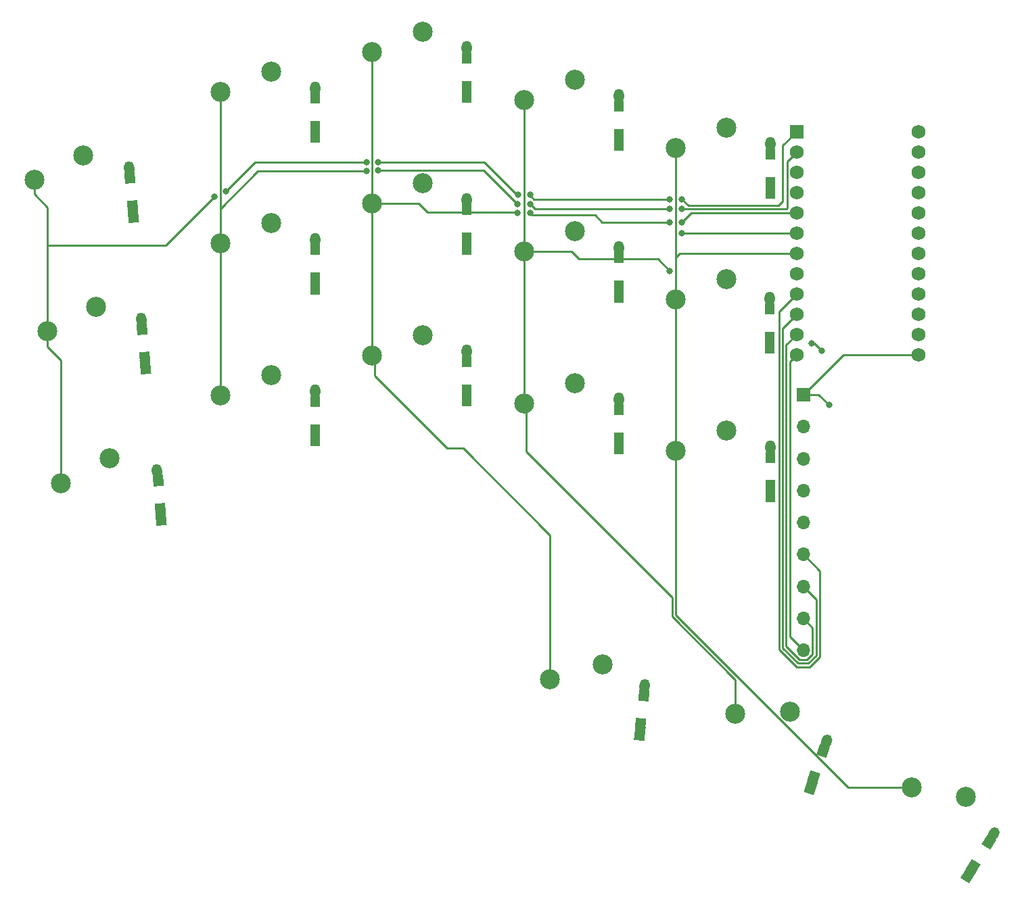
<source format=gbl>
G04 #@! TF.GenerationSoftware,KiCad,Pcbnew,7.0.7*
G04 #@! TF.CreationDate,2023-11-26T11:13:30-07:00*
G04 #@! TF.ProjectId,TypeStationX,54797065-5374-4617-9469-6f6e582e6b69,rev?*
G04 #@! TF.SameCoordinates,Original*
G04 #@! TF.FileFunction,Copper,L2,Bot*
G04 #@! TF.FilePolarity,Positive*
%FSLAX46Y46*%
G04 Gerber Fmt 4.6, Leading zero omitted, Abs format (unit mm)*
G04 Created by KiCad (PCBNEW 7.0.7) date 2023-11-26 11:13:30*
%MOMM*%
%LPD*%
G01*
G04 APERTURE LIST*
G04 Aperture macros list*
%AMHorizOval*
0 Thick line with rounded ends*
0 $1 width*
0 $2 $3 position (X,Y) of the first rounded end (center of the circle)*
0 $4 $5 position (X,Y) of the second rounded end (center of the circle)*
0 Add line between two ends*
20,1,$1,$2,$3,$4,$5,0*
0 Add two circle primitives to create the rounded ends*
1,1,$1,$2,$3*
1,1,$1,$4,$5*%
%AMRotRect*
0 Rectangle, with rotation*
0 The origin of the aperture is its center*
0 $1 length*
0 $2 width*
0 $3 Rotation angle, in degrees counterclockwise*
0 Add horizontal line*
21,1,$1,$2,0,0,$3*%
G04 Aperture macros list end*
G04 #@! TA.AperFunction,ComponentPad*
%ADD10C,2.500000*%
G04 #@! TD*
G04 #@! TA.AperFunction,ComponentPad*
%ADD11R,1.700000X1.700000*%
G04 #@! TD*
G04 #@! TA.AperFunction,ComponentPad*
%ADD12O,1.700000X1.700000*%
G04 #@! TD*
G04 #@! TA.AperFunction,ComponentPad*
%ADD13R,1.752600X1.752600*%
G04 #@! TD*
G04 #@! TA.AperFunction,ComponentPad*
%ADD14C,1.752600*%
G04 #@! TD*
G04 #@! TA.AperFunction,ComponentPad*
%ADD15R,1.300000X1.778000*%
G04 #@! TD*
G04 #@! TA.AperFunction,SMDPad,CuDef*
%ADD16R,1.300000X1.400000*%
G04 #@! TD*
G04 #@! TA.AperFunction,ComponentPad*
%ADD17O,1.300000X1.778000*%
G04 #@! TD*
G04 #@! TA.AperFunction,ComponentPad*
%ADD18RotRect,1.778000X1.300000X95.000000*%
G04 #@! TD*
G04 #@! TA.AperFunction,SMDPad,CuDef*
%ADD19RotRect,1.400000X1.300000X275.000000*%
G04 #@! TD*
G04 #@! TA.AperFunction,ComponentPad*
%ADD20HorizOval,1.300000X-0.020830X0.238091X0.020830X-0.238091X0*%
G04 #@! TD*
G04 #@! TA.AperFunction,ComponentPad*
%ADD21RotRect,1.778000X1.300000X84.000000*%
G04 #@! TD*
G04 #@! TA.AperFunction,SMDPad,CuDef*
%ADD22RotRect,1.400000X1.300000X264.000000*%
G04 #@! TD*
G04 #@! TA.AperFunction,ComponentPad*
%ADD23HorizOval,1.300000X0.024982X0.237691X-0.024982X-0.237691X0*%
G04 #@! TD*
G04 #@! TA.AperFunction,ComponentPad*
%ADD24RotRect,1.778000X1.300000X71.000000*%
G04 #@! TD*
G04 #@! TA.AperFunction,SMDPad,CuDef*
%ADD25RotRect,1.400000X1.300000X251.000000*%
G04 #@! TD*
G04 #@! TA.AperFunction,ComponentPad*
%ADD26HorizOval,1.300000X0.077811X0.225979X-0.077811X-0.225979X0*%
G04 #@! TD*
G04 #@! TA.AperFunction,ComponentPad*
%ADD27RotRect,1.778000X1.300000X58.000000*%
G04 #@! TD*
G04 #@! TA.AperFunction,SMDPad,CuDef*
%ADD28RotRect,1.400000X1.300000X238.000000*%
G04 #@! TD*
G04 #@! TA.AperFunction,ComponentPad*
%ADD29HorizOval,1.300000X0.126651X0.202683X-0.126651X-0.202683X0*%
G04 #@! TD*
G04 #@! TA.AperFunction,ViaPad*
%ADD30C,0.800000*%
G04 #@! TD*
G04 #@! TA.AperFunction,Conductor*
%ADD31C,0.250000*%
G04 #@! TD*
G04 APERTURE END LIST*
D10*
X58037381Y-68063631D03*
X64387381Y-65523631D03*
X77037381Y-74063631D03*
X83387381Y-71523631D03*
X17394293Y-84076908D03*
X23498753Y-80993134D03*
X39037381Y-73063631D03*
X45387381Y-70523631D03*
X39037381Y-92063631D03*
X45387381Y-89523631D03*
X15757016Y-65107143D03*
X21861476Y-62023369D03*
X58037381Y-49063631D03*
X64387381Y-46523631D03*
X80318702Y-127667700D03*
X86899418Y-125805370D03*
X77037381Y-55063631D03*
X83387381Y-52523631D03*
X125590908Y-141162005D03*
X132322008Y-142372951D03*
X39037381Y-54063631D03*
X45387381Y-51523631D03*
X103485469Y-131999153D03*
X110316455Y-131664894D03*
D11*
X112000000Y-92000000D03*
D12*
X112000000Y-96000000D03*
X112000000Y-100000000D03*
X112000000Y-104000000D03*
X112000000Y-108000000D03*
X112000000Y-112000000D03*
X112000000Y-116000000D03*
X112000000Y-120000000D03*
X112000000Y-124000000D03*
D10*
X19042924Y-103065448D03*
X25147384Y-99981674D03*
X96037381Y-80063631D03*
X102387381Y-77523631D03*
X96037381Y-61063631D03*
X102387381Y-58523631D03*
X77037381Y-93063631D03*
X83387381Y-90523631D03*
X58037381Y-87063631D03*
X64387381Y-84523631D03*
X96037381Y-99063631D03*
X102387381Y-96523631D03*
D13*
X111180000Y-59030000D03*
D14*
X111180000Y-61570000D03*
X111180000Y-64110000D03*
X111180000Y-66650000D03*
X111180000Y-69190000D03*
X111180000Y-71730000D03*
X111180000Y-74270000D03*
X111180000Y-76810000D03*
X111180000Y-79350000D03*
X111180000Y-81890000D03*
X111180000Y-84430000D03*
X111180000Y-86970000D03*
X126420000Y-86970000D03*
X126420000Y-84430000D03*
X126420000Y-81890000D03*
X126420000Y-79350000D03*
X126420000Y-76810000D03*
X126420000Y-74270000D03*
X126420000Y-71730000D03*
X126420000Y-69190000D03*
X126420000Y-66650000D03*
X126420000Y-64110000D03*
X126420000Y-61570000D03*
X126420000Y-59030000D03*
D15*
X88900000Y-98603631D03*
D16*
X88900000Y-97378631D03*
X88900000Y-93828631D03*
D17*
X88900000Y-92603631D03*
D15*
X88900000Y-60603631D03*
D16*
X88900000Y-59378631D03*
X88900000Y-55828631D03*
D17*
X88900000Y-54603631D03*
D18*
X29644424Y-88566322D03*
D19*
X29537658Y-87345984D03*
X29228256Y-83809492D03*
D20*
X29121490Y-82589154D03*
D21*
X91540064Y-134417629D03*
D22*
X91668111Y-133199339D03*
X92039187Y-129668787D03*
D23*
X92167234Y-128450497D03*
D15*
X50900000Y-78603631D03*
D16*
X50900000Y-77378631D03*
X50900000Y-73828631D03*
D17*
X50900000Y-72603631D03*
D15*
X69900000Y-92603631D03*
D16*
X69900000Y-91378631D03*
X69900000Y-87828631D03*
D17*
X69900000Y-86603631D03*
D18*
X28161467Y-69588584D03*
D19*
X28054701Y-68368246D03*
X27745299Y-64831754D03*
D20*
X27638533Y-63611416D03*
D24*
X112934272Y-141111856D03*
D25*
X113333093Y-139953595D03*
X114488859Y-136597005D03*
D26*
X114887680Y-135438744D03*
D15*
X107823227Y-85999079D03*
D16*
X107823227Y-84774079D03*
X107823227Y-81224079D03*
D17*
X107823227Y-79999079D03*
D15*
X107900000Y-66600000D03*
D16*
X107900000Y-65375000D03*
X107900000Y-61825000D03*
D17*
X107900000Y-60600000D03*
D15*
X107900000Y-104603631D03*
D16*
X107900000Y-103378631D03*
X107900000Y-99828631D03*
D17*
X107900000Y-98603631D03*
D15*
X50900000Y-97600000D03*
D16*
X50900000Y-96375000D03*
X50900000Y-92825000D03*
D17*
X50900000Y-91600000D03*
D15*
X69900000Y-73603631D03*
D16*
X69900000Y-72378631D03*
X69900000Y-68828631D03*
D17*
X69900000Y-67603631D03*
D15*
X50900000Y-59600000D03*
D16*
X50900000Y-58375000D03*
X50900000Y-54825000D03*
D17*
X50900000Y-53600000D03*
D15*
X88900000Y-79603631D03*
D16*
X88900000Y-78378631D03*
X88900000Y-74828631D03*
D17*
X88900000Y-73603631D03*
D27*
X132670603Y-152118538D03*
D28*
X133319754Y-151079679D03*
X135200968Y-148069109D03*
D29*
X135850119Y-147030250D03*
D18*
X31640760Y-107524442D03*
D19*
X31533994Y-106304104D03*
X31224592Y-102767612D03*
D20*
X31117826Y-101547274D03*
D15*
X69900000Y-54603631D03*
D16*
X69900000Y-53378631D03*
X69900000Y-49828631D03*
D17*
X69900000Y-48603631D03*
D30*
X114341425Y-86517277D03*
X113023227Y-85599079D03*
X115223227Y-93299079D03*
X76312881Y-66899079D03*
X77823227Y-66899079D03*
X96823227Y-67499079D03*
X57312881Y-62899079D03*
X58823227Y-62899079D03*
X38312881Y-67199079D03*
X95312881Y-67499079D03*
X39761881Y-66499079D03*
X77823227Y-68099079D03*
X95312881Y-68699079D03*
X57312881Y-63999079D03*
X76223227Y-68099079D03*
X96823227Y-68699079D03*
X58761881Y-63899079D03*
X95312881Y-70399079D03*
X76223227Y-69199079D03*
X96761881Y-70399079D03*
X77823227Y-69199079D03*
X96761881Y-71799079D03*
X95312881Y-76499079D03*
D31*
X113023227Y-85599079D02*
X113423227Y-85599079D01*
X113423227Y-85599079D02*
X114341425Y-86517277D01*
X117030000Y-86970000D02*
X126420000Y-86970000D01*
X112000000Y-92000000D02*
X117030000Y-86970000D01*
X113924148Y-92000000D02*
X112000000Y-92000000D01*
X115223227Y-93299079D02*
X113924148Y-92000000D01*
X108953700Y-123902344D02*
X108953700Y-81576300D01*
X114075000Y-114075000D02*
X114075000Y-124859493D01*
X111150435Y-126099079D02*
X108953700Y-123902344D01*
X114075000Y-124859493D02*
X112835414Y-126099079D01*
X112000000Y-112000000D02*
X114075000Y-114075000D01*
X112835414Y-126099079D02*
X111150435Y-126099079D01*
X108953700Y-81576300D02*
X111180000Y-79350000D01*
X109403700Y-123715948D02*
X109403700Y-83666300D01*
X113625000Y-117625000D02*
X113625000Y-124673097D01*
X109403700Y-83666300D02*
X111180000Y-81890000D01*
X112649018Y-125649079D02*
X111336831Y-125649079D01*
X113625000Y-124673097D02*
X112649018Y-125649079D01*
X112000000Y-116000000D02*
X113625000Y-117625000D01*
X111336831Y-125649079D02*
X109403700Y-123715948D01*
X113175000Y-121175000D02*
X113175000Y-124486701D01*
X112462622Y-125199079D02*
X111523227Y-125199079D01*
X111523227Y-125199079D02*
X109853700Y-123529552D01*
X113175000Y-124486701D02*
X112462622Y-125199079D01*
X109853700Y-123529552D02*
X109853700Y-85756300D01*
X112000000Y-120000000D02*
X113175000Y-121175000D01*
X109853700Y-85756300D02*
X111180000Y-84430000D01*
X110303700Y-122303700D02*
X110303700Y-87846300D01*
X112000000Y-124000000D02*
X110303700Y-122303700D01*
X110303700Y-87846300D02*
X111180000Y-86970000D01*
X43361881Y-62899079D02*
X57312881Y-62899079D01*
X17394293Y-73299079D02*
X17394293Y-84076908D01*
X72108306Y-62899079D02*
X58823227Y-62899079D01*
X95312881Y-67499079D02*
X78273227Y-67499079D01*
X97614148Y-68290000D02*
X108932306Y-68290000D01*
X76312881Y-66899079D02*
X76108306Y-66899079D01*
X109423227Y-60786773D02*
X111180000Y-59030000D01*
X96823227Y-67499079D02*
X97614148Y-68290000D01*
X77823227Y-67049079D02*
X77823227Y-66899079D01*
X17394293Y-73299079D02*
X32212881Y-73299079D01*
X76108306Y-66899079D02*
X72108306Y-62899079D01*
X108932306Y-68290000D02*
X109423227Y-67799079D01*
X78273227Y-67499079D02*
X77823227Y-67049079D01*
X15757016Y-66874909D02*
X17394293Y-68512186D01*
X17394293Y-68512186D02*
X17394293Y-73299079D01*
X15757016Y-65107143D02*
X15757016Y-66874909D01*
X32212881Y-73299079D02*
X38312881Y-67199079D01*
X39761881Y-66499079D02*
X43361881Y-62899079D01*
X19042924Y-87642586D02*
X19042924Y-103065448D01*
X109423227Y-67799079D02*
X109423227Y-60786773D01*
X17394293Y-84076908D02*
X17394293Y-85993955D01*
X17394293Y-85993955D02*
X19042924Y-87642586D01*
X96864148Y-68740000D02*
X96823227Y-68699079D01*
X43737381Y-63999079D02*
X39037381Y-68699079D01*
X95312881Y-68699079D02*
X78423227Y-68699079D01*
X72023227Y-63899079D02*
X58761881Y-63899079D01*
X111180000Y-61570000D02*
X109978700Y-62771300D01*
X39037381Y-92063631D02*
X39037381Y-73063631D01*
X78423227Y-68699079D02*
X77823227Y-68099079D01*
X76223227Y-68099079D02*
X72023227Y-63899079D01*
X109978700Y-68643606D02*
X109882306Y-68740000D01*
X109978700Y-62771300D02*
X109978700Y-68643606D01*
X39037381Y-54063631D02*
X39037381Y-68699079D01*
X109882306Y-68740000D02*
X109223227Y-68740000D01*
X57312881Y-63999079D02*
X43737381Y-63999079D01*
X39037381Y-68699079D02*
X39037381Y-73063631D01*
X109223227Y-68740000D02*
X96864148Y-68740000D01*
X58037381Y-49063631D02*
X58037381Y-87063631D01*
X58323227Y-87349477D02*
X58323227Y-89599079D01*
X63887779Y-68063631D02*
X58037381Y-68063631D01*
X76223227Y-69199079D02*
X76123227Y-69099079D01*
X69423227Y-98699079D02*
X80318702Y-109594554D01*
X58323227Y-89599079D02*
X67423227Y-98699079D01*
X86823227Y-70399079D02*
X95312881Y-70399079D01*
X58037381Y-87063631D02*
X58323227Y-87349477D01*
X77823227Y-69199079D02*
X78123227Y-69499079D01*
X97970960Y-69190000D02*
X96761881Y-70399079D01*
X64923227Y-69099079D02*
X63887779Y-68063631D01*
X67423227Y-98699079D02*
X69423227Y-98699079D01*
X85923227Y-69499079D02*
X86823227Y-70399079D01*
X111180000Y-69190000D02*
X97970960Y-69190000D01*
X80318702Y-109594554D02*
X80318702Y-127667700D01*
X78123227Y-69499079D02*
X85923227Y-69499079D01*
X76123227Y-69099079D02*
X64923227Y-69099079D01*
X77037381Y-93063631D02*
X77323227Y-93349477D01*
X77323227Y-93349477D02*
X77323227Y-99099079D01*
X83923227Y-74999079D02*
X82987779Y-74063631D01*
X95587381Y-117363233D02*
X95587381Y-119799629D01*
X82987779Y-74063631D02*
X77037381Y-74063631D01*
X103485469Y-127697717D02*
X103485469Y-131999153D01*
X77037381Y-55063631D02*
X77037381Y-93063631D01*
X93812881Y-74999079D02*
X83923227Y-74999079D01*
X77323227Y-99099079D02*
X95587381Y-117363233D01*
X95587381Y-119799629D02*
X103485469Y-127697717D01*
X111180000Y-71730000D02*
X96830960Y-71730000D01*
X95312881Y-76499079D02*
X93812881Y-74999079D01*
X96830960Y-71730000D02*
X96761881Y-71799079D01*
X96566460Y-74270000D02*
X111180000Y-74270000D01*
X96037381Y-61063631D02*
X96037381Y-74799079D01*
X96037381Y-74799079D02*
X96566460Y-74270000D01*
X96037381Y-74799079D02*
X96037381Y-99063631D01*
X125590908Y-141162005D02*
X117586153Y-141162005D01*
X117586153Y-141162005D02*
X96037381Y-119613233D01*
X96037381Y-119613233D02*
X96037381Y-99063631D01*
M02*

</source>
